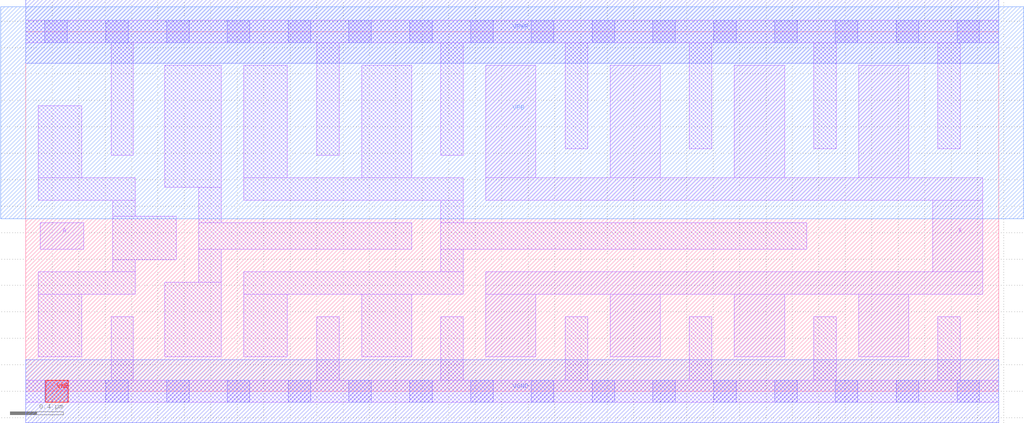
<source format=lef>
# Copyright 2020 The SkyWater PDK Authors
#
# Licensed under the Apache License, Version 2.0 (the "License");
# you may not use this file except in compliance with the License.
# You may obtain a copy of the License at
#
#     https://www.apache.org/licenses/LICENSE-2.0
#
# Unless required by applicable law or agreed to in writing, software
# distributed under the License is distributed on an "AS IS" BASIS,
# WITHOUT WARRANTIES OR CONDITIONS OF ANY KIND, either express or implied.
# See the License for the specific language governing permissions and
# limitations under the License.
#
# SPDX-License-Identifier: Apache-2.0

VERSION 5.7 ;
  NOWIREEXTENSIONATPIN ON ;
  DIVIDERCHAR "/" ;
  BUSBITCHARS "[]" ;
PROPERTYDEFINITIONS
  MACRO maskLayoutSubType STRING ;
  MACRO prCellType STRING ;
  MACRO originalViewName STRING ;
END PROPERTYDEFINITIONS
MACRO sky130_fd_sc_hdll__bufbuf_8
  CLASS CORE ;
  FOREIGN sky130_fd_sc_hdll__bufbuf_8 ;
  ORIGIN  0.000000  0.000000 ;
  SIZE  7.360000 BY  2.720000 ;
  SYMMETRY X Y R90 ;
  SITE unithd ;
  PIN A
    ANTENNAGATEAREA  0.178200 ;
    DIRECTION INPUT ;
    USE SIGNAL ;
    PORT
      LAYER li1 ;
        RECT 0.110000 1.075000 0.440000 1.275000 ;
    END
  END A
  PIN VGND
    ANTENNADIFFAREA  1.409500 ;
    DIRECTION INOUT ;
    USE SIGNAL ;
    PORT
      LAYER met1 ;
        RECT 0.000000 -0.240000 7.360000 0.240000 ;
    END
  END VGND
  PIN VNB
    PORT
      LAYER pwell ;
        RECT 0.150000 -0.085000 0.320000 0.085000 ;
    END
  END VNB
  PIN VPB
    PORT
      LAYER nwell ;
        RECT -0.190000 1.305000 7.550000 2.910000 ;
    END
  END VPB
  PIN VPWR
    ANTENNADIFFAREA  2.044400 ;
    DIRECTION INOUT ;
    USE SIGNAL ;
    PORT
      LAYER met1 ;
        RECT 0.000000 2.480000 7.360000 2.960000 ;
    END
  END VPWR
  PIN X
    ANTENNADIFFAREA  2.024500 ;
    DIRECTION OUTPUT ;
    USE SIGNAL ;
    PORT
      LAYER li1 ;
        RECT 3.480000 0.260000 3.860000 0.735000 ;
        RECT 3.480000 0.735000 7.240000 0.905000 ;
        RECT 3.480000 1.445000 7.240000 1.615000 ;
        RECT 3.480000 1.615000 3.860000 2.465000 ;
        RECT 4.420000 0.260000 4.800000 0.735000 ;
        RECT 4.420000 1.615000 4.800000 2.465000 ;
        RECT 5.360000 0.260000 5.740000 0.735000 ;
        RECT 5.360000 1.615000 5.740000 2.465000 ;
        RECT 6.300000 0.260000 6.680000 0.735000 ;
        RECT 6.300000 1.615000 6.680000 2.465000 ;
        RECT 6.860000 0.905000 7.240000 1.445000 ;
    END
  END X
  OBS
    LAYER li1 ;
      RECT 0.000000 -0.085000 7.360000 0.085000 ;
      RECT 0.000000  2.635000 7.360000 2.805000 ;
      RECT 0.095000  0.260000 0.425000 0.735000 ;
      RECT 0.095000  0.735000 0.830000 0.905000 ;
      RECT 0.095000  1.445000 0.830000 1.615000 ;
      RECT 0.095000  1.615000 0.425000 2.160000 ;
      RECT 0.645000  0.085000 0.815000 0.565000 ;
      RECT 0.645000  1.785000 0.815000 2.635000 ;
      RECT 0.660000  0.905000 0.830000 0.995000 ;
      RECT 0.660000  0.995000 1.140000 1.325000 ;
      RECT 0.660000  1.325000 0.830000 1.445000 ;
      RECT 1.050000  0.260000 1.480000 0.825000 ;
      RECT 1.050000  1.545000 1.480000 2.465000 ;
      RECT 1.310000  0.825000 1.480000 1.075000 ;
      RECT 1.310000  1.075000 2.920000 1.275000 ;
      RECT 1.310000  1.275000 1.480000 1.545000 ;
      RECT 1.650000  0.260000 1.980000 0.735000 ;
      RECT 1.650000  0.735000 3.310000 0.905000 ;
      RECT 1.650000  1.445000 3.310000 1.615000 ;
      RECT 1.650000  1.615000 1.980000 2.465000 ;
      RECT 2.200000  0.085000 2.370000 0.565000 ;
      RECT 2.200000  1.785000 2.370000 2.635000 ;
      RECT 2.540000  0.260000 2.920000 0.735000 ;
      RECT 2.540000  1.615000 2.920000 2.465000 ;
      RECT 3.140000  0.085000 3.310000 0.565000 ;
      RECT 3.140000  0.905000 3.310000 1.075000 ;
      RECT 3.140000  1.075000 5.910000 1.275000 ;
      RECT 3.140000  1.275000 3.310000 1.445000 ;
      RECT 3.140000  1.785000 3.310000 2.635000 ;
      RECT 4.080000  0.085000 4.250000 0.565000 ;
      RECT 4.080000  1.835000 4.250000 2.635000 ;
      RECT 5.020000  0.085000 5.190000 0.565000 ;
      RECT 5.020000  1.835000 5.190000 2.635000 ;
      RECT 5.960000  0.085000 6.130000 0.565000 ;
      RECT 5.960000  1.835000 6.130000 2.635000 ;
      RECT 6.900000  0.085000 7.070000 0.565000 ;
      RECT 6.900000  1.835000 7.070000 2.635000 ;
    LAYER mcon ;
      RECT 0.145000 -0.085000 0.315000 0.085000 ;
      RECT 0.145000  2.635000 0.315000 2.805000 ;
      RECT 0.605000 -0.085000 0.775000 0.085000 ;
      RECT 0.605000  2.635000 0.775000 2.805000 ;
      RECT 1.065000 -0.085000 1.235000 0.085000 ;
      RECT 1.065000  2.635000 1.235000 2.805000 ;
      RECT 1.525000 -0.085000 1.695000 0.085000 ;
      RECT 1.525000  2.635000 1.695000 2.805000 ;
      RECT 1.985000 -0.085000 2.155000 0.085000 ;
      RECT 1.985000  2.635000 2.155000 2.805000 ;
      RECT 2.445000 -0.085000 2.615000 0.085000 ;
      RECT 2.445000  2.635000 2.615000 2.805000 ;
      RECT 2.905000 -0.085000 3.075000 0.085000 ;
      RECT 2.905000  2.635000 3.075000 2.805000 ;
      RECT 3.365000 -0.085000 3.535000 0.085000 ;
      RECT 3.365000  2.635000 3.535000 2.805000 ;
      RECT 3.825000 -0.085000 3.995000 0.085000 ;
      RECT 3.825000  2.635000 3.995000 2.805000 ;
      RECT 4.285000 -0.085000 4.455000 0.085000 ;
      RECT 4.285000  2.635000 4.455000 2.805000 ;
      RECT 4.745000 -0.085000 4.915000 0.085000 ;
      RECT 4.745000  2.635000 4.915000 2.805000 ;
      RECT 5.205000 -0.085000 5.375000 0.085000 ;
      RECT 5.205000  2.635000 5.375000 2.805000 ;
      RECT 5.665000 -0.085000 5.835000 0.085000 ;
      RECT 5.665000  2.635000 5.835000 2.805000 ;
      RECT 6.125000 -0.085000 6.295000 0.085000 ;
      RECT 6.125000  2.635000 6.295000 2.805000 ;
      RECT 6.585000 -0.085000 6.755000 0.085000 ;
      RECT 6.585000  2.635000 6.755000 2.805000 ;
      RECT 7.045000 -0.085000 7.215000 0.085000 ;
      RECT 7.045000  2.635000 7.215000 2.805000 ;
  END
  PROPERTY maskLayoutSubType "abstract" ;
  PROPERTY prCellType "standard" ;
  PROPERTY originalViewName "layout" ;
END sky130_fd_sc_hdll__bufbuf_8
END LIBRARY

</source>
